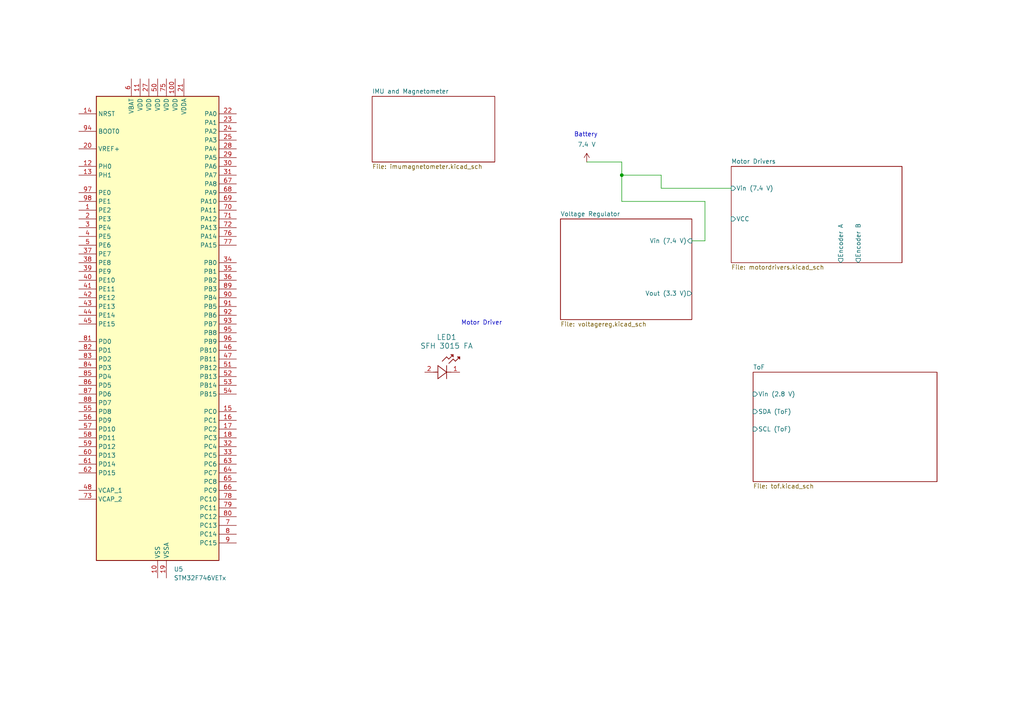
<source format=kicad_sch>
(kicad_sch (version 20250114) (generator "eeschema") (generator_version "9.0")
  (paper "A4")
  (lib_symbols
    (symbol "MCU_ST_STM32F7:STM32F746VETx"
      (property "Reference" "U" (at -17.78 69.85 0))
      (property "Value" "STM32F746VETx" (at 10.16 69.85 0))
      (symbol "STM32F746VETx_0_1"
        (rectangle (start -17.78 -66.04) (end 17.78 68.58) (stroke (width 0.254)) (fill (type background)))
      )
      (symbol "STM32F746VETx_1_1"
        (pin input line (at -22.86 63.5 0) (length 5.08) (name "NRST") (number "14"))
        (pin input line (at -22.86 58.42 0) (length 5.08) (name "BOOT0") (number "94"))
        (pin input line (at -22.86 53.34 0) (length 5.08) (name "VREF+") (number "20"))
        (pin bidirectional line (at -22.86 48.26 0) (length 5.08) (name "PH0") (number "12"))
        (pin bidirectional line (at -22.86 45.72 0) (length 5.08) (name "PH1") (number "13"))
        (pin bidirectional line (at -22.86 40.64 0) (length 5.08) (name "PE0") (number "97"))
        (pin bidirectional line (at -22.86 38.1 0) (length 5.08) (name "PE1") (number "98"))
        (pin bidirectional line (at -22.86 35.56 0) (length 5.08) (name "PE2") (number "1"))
        (pin bidirectional line (at -22.86 33.02 0) (length 5.08) (name "PE3") (number "2"))
        (pin bidirectional line (at -22.86 30.48 0) (length 5.08) (name "PE4") (number "3"))
        (pin bidirectional line (at -22.86 27.94 0) (length 5.08) (name "PE5") (number "4"))
        (pin bidirectional line (at -22.86 25.4 0) (length 5.08) (name "PE6") (number "5"))
        (pin bidirectional line (at -22.86 22.86 0) (length 5.08) (name "PE7") (number "37"))
        (pin bidirectional line (at -22.86 20.32 0) (length 5.08) (name "PE8") (number "38"))
        (pin bidirectional line (at -22.86 17.78 0) (length 5.08) (name "PE9") (number "39"))
        (pin bidirectional line (at -22.86 15.24 0) (length 5.08) (name "PE10") (number "40"))
        (pin bidirectional line (at -22.86 12.7 0) (length 5.08) (name "PE11") (number "41"))
        (pin bidirectional line (at -22.86 10.16 0) (length 5.08) (name "PE12") (number "42"))
        (pin bidirectional line (at -22.86 7.62 0) (length 5.08) (name "PE13") (number "43"))
        (pin bidirectional line (at -22.86 5.08 0) (length 5.08) (name "PE14") (number "44"))
        (pin bidirectional line (at -22.86 2.54 0) (length 5.08) (name "PE15") (number "45"))
        (pin bidirectional line (at -22.86 -2.54 0) (length 5.08) (name "PD0") (number "81"))
        (pin bidirectional line (at -22.86 -5.08 0) (length 5.08) (name "PD1") (number "82"))
        (pin bidirectional line (at -22.86 -7.62 0) (length 5.08) (name "PD2") (number "83"))
        (pin bidirectional line (at -22.86 -10.16 0) (length 5.08) (name "PD3") (number "84"))
        (pin bidirectional line (at -22.86 -12.7 0) (length 5.08) (name "PD4") (number "85"))
        (pin bidirectional line (at -22.86 -15.24 0) (length 5.08) (name "PD5") (number "86"))
        (pin bidirectional line (at -22.86 -17.78 0) (length 5.08) (name "PD6") (number "87"))
        (pin bidirectional line (at -22.86 -20.32 0) (length 5.08) (name "PD7") (number "88"))
        (pin bidirectional line (at -22.86 -22.86 0) (length 5.08) (name "PD8") (number "55"))
        (pin bidirectional line (at -22.86 -25.4 0) (length 5.08) (name "PD9") (number "56"))
        (pin bidirectional line (at -22.86 -27.94 0) (length 5.08) (name "PD10") (number "57"))
        (pin bidirectional line (at -22.86 -30.48 0) (length 5.08) (name "PD11") (number "58"))
        (pin bidirectional line (at -22.86 -33.02 0) (length 5.08) (name "PD12") (number "59"))
        (pin bidirectional line (at -22.86 -35.56 0) (length 5.08) (name "PD13") (number "60"))
        (pin bidirectional line (at -22.86 -38.1 0) (length 5.08) (name "PD14") (number "61"))
        (pin bidirectional line (at -22.86 -40.64 0) (length 5.08) (name "PD15") (number "62"))
        (pin power_out line (at -22.86 -45.72 0) (length 5.08) (name "VCAP_1") (number "48"))
        (pin power_out line (at -22.86 -48.26 0) (length 5.08) (name "VCAP_2") (number "73"))
        (pin power_in line (at -7.62 73.66 270) (length 5.08) (name "VBAT") (number "6"))
        (pin power_in line (at -5.08 73.66 270) (length 5.08) (name "VDD") (number "11"))
        (pin power_in line (at -2.54 73.66 270) (length 5.08) (name "VDD") (number "27"))
        (pin power_in line (at 0 73.66 270) (length 5.08) (name "VDD") (number "50"))
        (pin power_in line (at 0 -71.12 90) (length 5.08) (name "VSS") (number "10"))
        (pin passive line (at 0 -71.12 90) (length 5.08) (hide yes) (name "VSS") (number "26"))
        (pin passive line (at 0 -71.12 90) (length 5.08) (hide yes) (name "VSS") (number "49"))
        (pin passive line (at 0 -71.12 90) (length 5.08) (hide yes) (name "VSS") (number "74"))
        (pin passive line (at 0 -71.12 90) (length 5.08) (hide yes) (name "VSS") (number "99"))
        (pin power_in line (at 2.54 73.66 270) (length 5.08) (name "VDD") (number "75"))
        (pin power_in line (at 2.54 -71.12 90) (length 5.08) (name "VSSA") (number "19"))
        (pin power_in line (at 5.08 73.66 270) (length 5.08) (name "VDD") (number "100"))
        (pin power_in line (at 7.62 73.66 270) (length 5.08) (name "VDDA") (number "21"))
        (pin bidirectional line (at 22.86 63.5 180) (length 5.08) (name "PA0") (number "22"))
        (pin bidirectional line (at 22.86 60.96 180) (length 5.08) (name "PA1") (number "23"))
        (pin bidirectional line (at 22.86 58.42 180) (length 5.08) (name "PA2") (number "24"))
        (pin bidirectional line (at 22.86 55.88 180) (length 5.08) (name "PA3") (number "25"))
        (pin bidirectional line (at 22.86 53.34 180) (length 5.08) (name "PA4") (number "28"))
        (pin bidirectional line (at 22.86 50.8 180) (length 5.08) (name "PA5") (number "29"))
        (pin bidirectional line (at 22.86 48.26 180) (length 5.08) (name "PA6") (number "30"))
        (pin bidirectional line (at 22.86 45.72 180) (length 5.08) (name "PA7") (number "31"))
        (pin bidirectional line (at 22.86 43.18 180) (length 5.08) (name "PA8") (number "67"))
        (pin bidirectional line (at 22.86 40.64 180) (length 5.08) (name "PA9") (number "68"))
        (pin bidirectional line (at 22.86 38.1 180) (length 5.08) (name "PA10") (number "69"))
        (pin bidirectional line (at 22.86 35.56 180) (length 5.08) (name "PA11") (number "70"))
        (pin bidirectional line (at 22.86 33.02 180) (length 5.08) (name "PA12") (number "71"))
        (pin bidirectional line (at 22.86 30.48 180) (length 5.08) (name "PA13") (number "72"))
        (pin bidirectional line (at 22.86 27.94 180) (length 5.08) (name "PA14") (number "76"))
        (pin bidirectional line (at 22.86 25.4 180) (length 5.08) (name "PA15") (number "77"))
        (pin bidirectional line (at 22.86 20.32 180) (length 5.08) (name "PB0") (number "34"))
        (pin bidirectional line (at 22.86 17.78 180) (length 5.08) (name "PB1") (number "35"))
        (pin bidirectional line (at 22.86 15.24 180) (length 5.08) (name "PB2") (number "36"))
        (pin bidirectional line (at 22.86 12.7 180) (length 5.08) (name "PB3") (number "89"))
        (pin bidirectional line (at 22.86 10.16 180) (length 5.08) (name "PB4") (number "90"))
        (pin bidirectional line (at 22.86 7.62 180) (length 5.08) (name "PB5") (number "91"))
        (pin bidirectional line (at 22.86 5.08 180) (length 5.08) (name "PB6") (number "92"))
        (pin bidirectional line (at 22.86 2.54 180) (length 5.08) (name "PB7") (number "93"))
        (pin bidirectional line (at 22.86 0 180) (length 5.08) (name "PB8") (number "95"))
        (pin bidirectional line (at 22.86 -2.54 180) (length 5.08) (name "PB9") (number "96"))
        (pin bidirectional line (at 22.86 -5.08 180) (length 5.08) (name "PB10") (number "46"))
        (pin bidirectional line (at 22.86 -7.62 180) (length 5.08) (name "PB11") (number "47"))
        (pin bidirectional line (at 22.86 -10.16 180) (length 5.08) (name "PB12") (number "51"))
        (pin bidirectional line (at 22.86 -12.7 180) (length 5.08) (name "PB13") (number "52"))
        (pin bidirectional line (at 22.86 -15.24 180) (length 5.08) (name "PB14") (number "53"))
        (pin bidirectional line (at 22.86 -17.78 180) (length 5.08) (name "PB15") (number "54"))
        (pin bidirectional line (at 22.86 -22.86 180) (length 5.08) (name "PC0") (number "15"))
        (pin bidirectional line (at 22.86 -25.4 180) (length 5.08) (name "PC1") (number "16"))
        (pin bidirectional line (at 22.86 -27.94 180) (length 5.08) (name "PC2") (number "17"))
        (pin bidirectional line (at 22.86 -30.48 180) (length 5.08) (name "PC3") (number "18"))
        (pin bidirectional line (at 22.86 -33.02 180) (length 5.08) (name "PC4") (number "32"))
        (pin bidirectional line (at 22.86 -35.56 180) (length 5.08) (name "PC5") (number "33"))
        (pin bidirectional line (at 22.86 -38.1 180) (length 5.08) (name "PC6") (number "63"))
        (pin bidirectional line (at 22.86 -40.64 180) (length 5.08) (name "PC7") (number "64"))
        (pin bidirectional line (at 22.86 -43.18 180) (length 5.08) (name "PC8") (number "65"))
        (pin bidirectional line (at 22.86 -45.72 180) (length 5.08) (name "PC9") (number "66"))
        (pin bidirectional line (at 22.86 -48.26 180) (length 5.08) (name "PC10") (number "78"))
        (pin bidirectional line (at 22.86 -50.8 180) (length 5.08) (name "PC11") (number "79"))
        (pin bidirectional line (at 22.86 -53.34 180) (length 5.08) (name "PC12") (number "80"))
        (pin bidirectional line (at 22.86 -55.88 180) (length 5.08) (name "PC13") (number "7"))
        (pin bidirectional line (at 22.86 -58.42 180) (length 5.08) (name "PC14") (number "8"))
        (pin bidirectional line (at 22.86 -60.96 180) (length 5.08) (name "PC15") (number "9"))
      )
    )
    (symbol "SFH 3015 FA:SFH_3015_FA" (pin_names (offset 0.254))
      (property "Reference" "LED" (at 5.08 -4.445 0))
      (property "Value" "SFH 3015 FA" (at 5.08 -7.62 0))
      (symbol "SFH_3015_FA_1_1"
        (polyline (pts (xy 2.54 0) (xy 3.4798 0)) (stroke (width 0.2032)))
        (polyline (pts (xy 3.175 0) (xy 3.81 0)) (stroke (width 0.2032)))
        (polyline (pts (xy 3.81 1.905) (xy 3.81 -1.905)) (stroke (width 0.2032)))
        (polyline (pts (xy 3.81 -1.905) (xy 6.35 0)) (stroke (width 0.2032)))
        (polyline (pts (xy 5.08 3.175) (xy 6.35 4.445)) (stroke (width 0.2032)))
        (polyline (pts (xy 6.35 4.445) (xy 6.985 3.81)) (stroke (width 0.2032)))
        (polyline (pts (xy 6.35 0) (xy 3.81 1.905)) (stroke (width 0.2032)))
        (polyline (pts (xy 6.35 0) (xy 7.62 0)) (stroke (width 0.2032)))
        (polyline (pts (xy 6.35 -1.905) (xy 6.35 1.905)) (stroke (width 0.2032)))
        (polyline (pts (xy 6.985 3.81) (xy 8.255 5.08)) (stroke (width 0.2032)))
        (polyline (pts (xy 6.985 2.54) (xy 8.255 3.81)) (stroke (width 0.2032)))
        (polyline (pts (xy 7.62 5.08) (xy 8.255 4.445)) (stroke (width 0.2032)))
        (polyline (pts (xy 8.255 5.08) (xy 7.62 5.08)) (stroke (width 0.2032)))
        (polyline (pts (xy 8.255 4.445) (xy 8.255 5.08)) (stroke (width 0.2032)))
        (polyline (pts (xy 8.255 3.81) (xy 8.89 3.175)) (stroke (width 0.2032)))
        (polyline (pts (xy 8.89 3.175) (xy 10.16 4.445)) (stroke (width 0.2032)))
        (polyline (pts (xy 9.525 4.445) (xy 10.16 3.81)) (stroke (width 0.2032)))
        (polyline (pts (xy 10.16 4.445) (xy 9.525 4.445)) (stroke (width 0.2032)))
        (polyline (pts (xy 10.16 3.81) (xy 10.16 4.445)) (stroke (width 0.2032)))
        (pin unspecified line (at 0 0 0) (length 2.54) (name "") (number "2"))
        (pin unspecified line (at 10.16 0 180) (length 2.54) (name "") (number "1"))
      )
      (symbol "SFH_3015_FA_1_2"
        (polyline (pts (xy -5.08 8.255) (xy -5.08 7.62)) (stroke (width 0.2032)))
        (polyline (pts (xy -5.08 7.62) (xy -4.445 8.255)) (stroke (width 0.2032)))
        (polyline (pts (xy -4.445 10.16) (xy -4.445 9.525)) (stroke (width 0.2032)))
        (polyline (pts (xy -4.445 9.525) (xy -3.81 10.16)) (stroke (width 0.2032)))
        (polyline (pts (xy -4.445 8.255) (xy -5.08 8.255)) (stroke (width 0.2032)))
        (polyline (pts (xy -4.445 6.35) (xy -3.81 6.985)) (stroke (width 0.2032)))
        (polyline (pts (xy -3.81 10.16) (xy -4.445 10.16)) (stroke (width 0.2032)))
        (polyline (pts (xy -3.81 8.255) (xy -3.175 8.89)) (stroke (width 0.2032)))
        (polyline (pts (xy -3.81 6.985) (xy -5.08 8.255)) (stroke (width 0.2032)))
        (polyline (pts (xy -3.175 8.89) (xy -4.445 10.16)) (stroke (width 0.2032)))
        (polyline (pts (xy -3.175 5.08) (xy -4.445 6.35)) (stroke (width 0.2032)))
        (polyline (pts (xy -2.54 6.985) (xy -3.81 8.255)) (stroke (width 0.2032)))
        (polyline (pts (xy -1.905 3.81) (xy 1.905 3.81)) (stroke (width 0.2032)))
        (polyline (pts (xy 0 6.35) (xy -1.905 3.81)) (stroke (width 0.2032)))
        (polyline (pts (xy 0 6.35) (xy 0 7.62)) (stroke (width 0.2032)))
        (polyline (pts (xy 0 3.175) (xy 0 3.81)) (stroke (width 0.2032)))
        (polyline (pts (xy 0 2.54) (xy 0 3.4798)) (stroke (width 0.2032)))
        (polyline (pts (xy 1.905 6.35) (xy -1.905 6.35)) (stroke (width 0.2032)))
        (polyline (pts (xy 1.905 3.81) (xy 0 6.35)) (stroke (width 0.2032)))
        (pin unspecified line (at 0 10.16 270) (length 2.54) (name "") (number "1"))
        (pin unspecified line (at 0 0 90) (length 2.54) (name "") (number "2"))
      )
    )
    (symbol "power:VDC" (power) (pin_numbers (hide yes)) (pin_names (offset 0) (hide yes))
      (property "Value" "VDC" (at 0 3.556 0))
      (symbol "VDC_0_1"
        (polyline (pts (xy -0.762 1.27) (xy 0 2.54)))
        (polyline (pts (xy 0 2.54) (xy 0.762 1.27)))
        (polyline (pts (xy 0 0) (xy 0 2.54)))
      )
      (symbol "VDC_1_1"
        (pin power_in line (at 0 0 90) (length 0) (name "~") (number "1"))
      )
    )
  )
  (text "Motor Driver" (at 139.7 93.726 0) (effects (font (size 1.27 1.27))))
  (text "Battery\n" (at 169.926 39.116 0) (effects (font (size 1.27 1.27))))
  (junction (at 180.34 50.8))
  (wire (pts (xy 204.47 69.85) (xy 204.47 58.42)))
  (wire (pts (xy 180.34 58.42) (xy 204.47 58.42)))
  (wire (pts (xy 212.09 54.61) (xy 191.77 54.61)))
  (wire (pts (xy 170.18 46.99) (xy 180.34 46.99)))
  (wire (pts (xy 180.34 58.42) (xy 180.34 50.8)))
  (wire (pts (xy 200.66 69.85) (xy 204.47 69.85)))
  (wire (pts (xy 180.34 50.8) (xy 191.77 50.8)))
  (wire (pts (xy 180.34 46.99) (xy 180.34 50.8)))
  (wire (pts (xy 191.77 54.61) (xy 191.77 50.8)))
  (symbol (lib_id "power:VDC") (at 170.18 46.99 0) (unit 1)
    (property "Reference" "#PWR09" (effects (hide yes)))
    (property "Value" "7.4 V" (at 170.18 41.91 0))
    (property "Description" "Power symbol creates a global label with name \"VDC\"" (effects (hide yes)))
  )
  (symbol (lib_id "MCU_ST_STM32F7:STM32F746VETx") (at 45.72 96.52 0) (unit 1)
    (property "Reference" "U5" (at 50.4033 165.1 0) (effects (justify left)))
    (property "Value" "STM32F746VETx" (at 50.4033 167.64 0) (effects (justify left)))
    (property "Footprint" "Package_QFP:LQFP-100_14x14mm_P0.5mm" (effects (hide yes)))
    (property "Datasheet" "https://www.st.com/resource/en/datasheet/stm32f746ve.pdf" (effects (hide yes)))
    (property "Description" "STMicroelectronics Arm Cortex-M7 MCU, 512KB flash, 320KB RAM, 216 MHz, 1.7-3.6V, 82 GPIO, LQFP100" (effects (hide yes)))
  )
  (symbol (lib_id "SFH 3015 FA:SFH_3015_FA") (at 123.19 107.95 0) (unit 1)
    (property "Reference" "LED1" (at 129.54 97.79 0) (effects (font (size 1.524 1.524))))
    (property "Value" "SFH 3015 FA" (at 129.54 100.33 0) (effects (font (size 1.524 1.524))))
    (property "Footprint" "LED_SFH 3015 FA_OSR" (effects (hide yes)))
    (property "Datasheet" "SFH 3015 FA" (effects (hide yes)))
  )
  (sheet (at 107.95 27.94) (size 35.56 19.05) (stroke (width 0.1524))
    (property "Sheetname" "IMU and Magnetometer" (at 107.95 27.2284 0) (effects (justify left bottom)))
    (property "Sheetfile" "imumagnetometer.kicad_sch" (at 107.95 47.5746 0) (effects (justify left top)))
  )
  (sheet (at 162.56 63.5) (size 38.1 29.21) (stroke (width 0.1524))
    (property "Sheetname" "Voltage Regulator" (at 162.56 62.7884 0) (effects (justify left bottom)))
    (property "Sheetfile" "voltagereg.kicad_sch" (at 162.56 93.2946 0) (effects (justify left top)))
    (pin "Vin (7.4 V)" input (at 200.66 69.85 0))
    (pin "Vout (3.3 V)" output (at 200.66 85.09 0))
  )
  (sheet (at 218.44 107.95) (size 53.34 31.75) (stroke (width 0.1524))
    (property "Sheetname" "ToF" (at 218.44 107.2384 0) (effects (justify left bottom)))
    (property "Sheetfile" "tof.kicad_sch" (at 218.44 140.2846 0) (effects (justify left top)))
    (pin "SDA (ToF)" input (at 218.44 119.38 180))
    (pin "SCL (ToF)" input (at 218.44 124.46 180))
    (pin "Vin (2.8 V)" input (at 218.44 114.3 180))
  )
  (sheet (at 212.09 48.26) (size 49.53 27.94) (stroke (width 0.1524))
    (property "Sheetname" "Motor Drivers" (at 212.09 47.5484 0) (effects (justify left bottom)))
    (property "Sheetfile" "motordrivers.kicad_sch" (at 212.09 76.7846 0) (effects (justify left top)))
    (pin "Vin (7.4 V)" input (at 212.09 54.61 180))
    (pin "VCC" input (at 212.09 63.5 180))
    (pin "Encoder A" output (at 243.84 76.2 270))
    (pin "Encoder B" output (at 248.92 76.2 270))
  )
)
</source>
